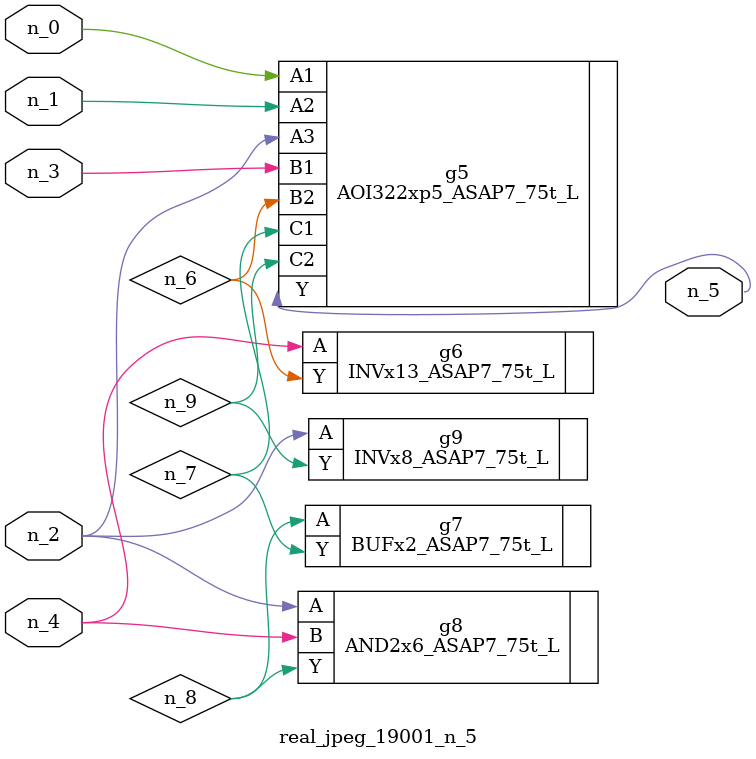
<source format=v>
module real_jpeg_19001_n_5 (n_4, n_0, n_1, n_2, n_3, n_5);

input n_4;
input n_0;
input n_1;
input n_2;
input n_3;

output n_5;

wire n_8;
wire n_6;
wire n_7;
wire n_9;

AOI322xp5_ASAP7_75t_L g5 ( 
.A1(n_0),
.A2(n_1),
.A3(n_2),
.B1(n_3),
.B2(n_6),
.C1(n_7),
.C2(n_9),
.Y(n_5)
);

AND2x6_ASAP7_75t_L g8 ( 
.A(n_2),
.B(n_4),
.Y(n_8)
);

INVx8_ASAP7_75t_L g9 ( 
.A(n_2),
.Y(n_9)
);

INVx13_ASAP7_75t_L g6 ( 
.A(n_4),
.Y(n_6)
);

BUFx2_ASAP7_75t_L g7 ( 
.A(n_8),
.Y(n_7)
);


endmodule
</source>
